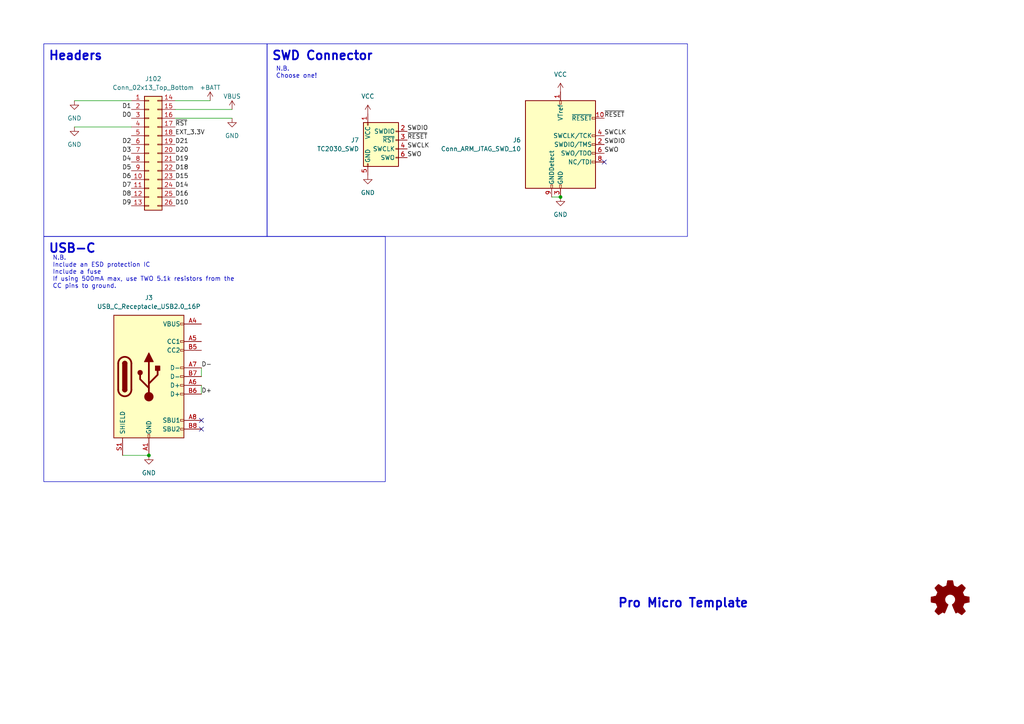
<source format=kicad_sch>
(kicad_sch (version 20231120) (generator "eeschema") (generator_version "8.0")
  (paper "A4")
  (title_block (title "Thing Plus/Feather") (date "2024-02-21") (rev "0.0.1"))
  (lib_symbols
    (symbol "Connector:Conn_ARM_JTAG_SWD_10" (pin_names (offset 1.016))
      (property "Reference" "J" (at -2.54 16.51 0))
      (property "Value" "Conn_ARM_JTAG_SWD_10" (at -2.54 13.97 0))
      (symbol "Conn_ARM_JTAG_SWD_10_0_1"
        (rectangle (start -10.16 12.7) (end 10.16 -12.7) (stroke (width 0.254)) (fill (type background)))
        (rectangle (start -2.794 -12.7) (end -2.286 -11.684))
        (rectangle (start -0.254 -12.7) (end 0.254 -11.684))
        (rectangle (start -0.254 12.7) (end 0.254 11.684))
        (rectangle (start 9.144 2.286) (end 10.16 2.794))
        (rectangle (start 10.16 -2.794) (end 9.144 -2.286))
        (rectangle (start 10.16 -0.254) (end 9.144 0.254))
        (rectangle (start 10.16 7.874) (end 9.144 7.366))
      )
      (symbol "Conn_ARM_JTAG_SWD_10_1_1"
        (rectangle (start 9.144 -5.334) (end 10.16 -4.826))
        (pin power_in line (at 0 15.24 270) (length 2.54) (name "VTref") (number "1"))
        (pin open_collector line (at 12.7 7.62 180) (length 2.54) (name "~{RESET}") (number "10"))
        (pin bidirectional line (at 12.7 0 180) (length 2.54) (name "SWDIO/TMS") (number "2"))
        (pin power_in line (at 0 -15.24 90) (length 2.54) (name "GND") (number "3"))
        (pin output line (at 12.7 2.54 180) (length 2.54) (name "SWCLK/TCK") (number "4"))
        (pin passive line (at 0 -15.24 90) (length 2.54) hide (name "GND") (number "5"))
        (pin input line (at 12.7 -2.54 180) (length 2.54) (name "SWO/TDO") (number "6"))
        (pin no_connect line (at -10.16 0 0) (length 2.54) hide (name "KEY") (number "7"))
        (pin output line (at 12.7 -5.08 180) (length 2.54) (name "NC/TDI") (number "8"))
        (pin passive line (at -2.54 -15.24 90) (length 2.54) (name "GNDDetect") (number "9"))
      )
    )
    (symbol "Connector:USB_C_Receptacle_USB2.0_16P" (pin_names (offset 1.016))
      (property "Reference" "J" (at 0 22.225 0))
      (property "Value" "USB_C_Receptacle_USB2.0_16P" (at 0 19.685 0))
      (symbol "USB_C_Receptacle_USB2.0_16P_0_0"
        (rectangle (start -0.254 -17.78) (end 0.254 -16.764))
        (rectangle (start 10.16 -14.986) (end 9.144 -15.494))
        (rectangle (start 10.16 -12.446) (end 9.144 -12.954))
        (rectangle (start 10.16 -4.826) (end 9.144 -5.334))
        (rectangle (start 10.16 -2.286) (end 9.144 -2.794))
        (rectangle (start 10.16 0.254) (end 9.144 -0.254))
        (rectangle (start 10.16 2.794) (end 9.144 2.286))
        (rectangle (start 10.16 7.874) (end 9.144 7.366))
        (rectangle (start 10.16 10.414) (end 9.144 9.906))
        (rectangle (start 10.16 15.494) (end 9.144 14.986))
      )
      (symbol "USB_C_Receptacle_USB2.0_16P_0_1"
        (rectangle (start -10.16 17.78) (end 10.16 -17.78) (stroke (width 0.254)) (fill (type background)))
        (arc (start -8.89 -3.81) (mid -6.985 -5.7067) (end -5.08 -3.81) (stroke (width 0.508)))
        (arc (start -7.62 -3.81) (mid -6.985 -4.4423) (end -6.35 -3.81) (stroke (width 0.254)))
        (arc (start -7.62 -3.81) (mid -6.985 -4.4423) (end -6.35 -3.81) (stroke (width 0.254)) (fill (type outline)))
        (rectangle (start -7.62 -3.81) (end -6.35 3.81) (stroke (width 0.254)) (fill (type outline)))
        (arc (start -6.35 3.81) (mid -6.985 4.4423) (end -7.62 3.81) (stroke (width 0.254)))
        (arc (start -6.35 3.81) (mid -6.985 4.4423) (end -7.62 3.81) (stroke (width 0.254)) (fill (type outline)))
        (arc (start -5.08 3.81) (mid -6.985 5.7067) (end -8.89 3.81) (stroke (width 0.508)))
        (circle (center -2.54 1.143) (radius 0.635) (stroke (width 0.254)) (fill (type outline)))
        (circle (center 0 -5.842) (radius 1.27) (fill (type outline)))
        (polyline (pts (xy -8.89 -3.81) (xy -8.89 3.81)) (stroke (width 0.508)))
        (polyline (pts (xy -5.08 3.81) (xy -5.08 -3.81)) (stroke (width 0.508)))
        (polyline (pts (xy 0 -5.842) (xy 0 4.318)) (stroke (width 0.508)))
        (polyline (pts (xy 0 -3.302) (xy -2.54 -0.762) (xy -2.54 0.508)) (stroke (width 0.508)))
        (polyline (pts (xy 0 -2.032) (xy 2.54 0.508) (xy 2.54 1.778)) (stroke (width 0.508)))
        (polyline (pts (xy -1.27 4.318) (xy 0 6.858) (xy 1.27 4.318) (xy -1.27 4.318)) (stroke (width 0.254)) (fill (type outline)))
        (rectangle (start 1.905 1.778) (end 3.175 3.048) (stroke (width 0.254)) (fill (type outline)))
      )
      (symbol "USB_C_Receptacle_USB2.0_16P_1_1"
        (pin passive line (at 0 -22.86 90) (length 5.08) (name "GND") (number "A1"))
        (pin passive line (at 0 -22.86 90) (length 5.08) hide (name "GND") (number "A12"))
        (pin passive line (at 15.24 15.24 180) (length 5.08) (name "VBUS") (number "A4"))
        (pin bidirectional line (at 15.24 10.16 180) (length 5.08) (name "CC1") (number "A5"))
        (pin bidirectional line (at 15.24 -2.54 180) (length 5.08) (name "D+") (number "A6"))
        (pin bidirectional line (at 15.24 2.54 180) (length 5.08) (name "D-") (number "A7"))
        (pin bidirectional line (at 15.24 -12.7 180) (length 5.08) (name "SBU1") (number "A8"))
        (pin passive line (at 15.24 15.24 180) (length 5.08) hide (name "VBUS") (number "A9"))
        (pin passive line (at 0 -22.86 90) (length 5.08) hide (name "GND") (number "B1"))
        (pin passive line (at 0 -22.86 90) (length 5.08) hide (name "GND") (number "B12"))
        (pin passive line (at 15.24 15.24 180) (length 5.08) hide (name "VBUS") (number "B4"))
        (pin bidirectional line (at 15.24 7.62 180) (length 5.08) (name "CC2") (number "B5"))
        (pin bidirectional line (at 15.24 -5.08 180) (length 5.08) (name "D+") (number "B6"))
        (pin bidirectional line (at 15.24 0 180) (length 5.08) (name "D-") (number "B7"))
        (pin bidirectional line (at 15.24 -15.24 180) (length 5.08) (name "SBU2") (number "B8"))
        (pin passive line (at 15.24 15.24 180) (length 5.08) hide (name "VBUS") (number "B9"))
        (pin passive line (at -7.62 -22.86 90) (length 5.08) (name "SHIELD") (number "S1"))
      )
    )
    (symbol "Connector_Generic:Conn_02x13_Top_Bottom" (pin_names (offset 1.016) hide)
      (property "Reference" "J" (at 1.27 17.78 0))
      (property "Value" "Conn_02x13_Top_Bottom" (at 1.27 -17.78 0))
      (symbol "Conn_02x13_Top_Bottom_1_1"
        (rectangle (start -1.27 -15.113) (end 0 -15.367) (stroke (width 0.1524)))
        (rectangle (start -1.27 -12.573) (end 0 -12.827) (stroke (width 0.1524)))
        (rectangle (start -1.27 -10.033) (end 0 -10.287) (stroke (width 0.1524)))
        (rectangle (start -1.27 -7.493) (end 0 -7.747) (stroke (width 0.1524)))
        (rectangle (start -1.27 -4.953) (end 0 -5.207) (stroke (width 0.1524)))
        (rectangle (start -1.27 -2.413) (end 0 -2.667) (stroke (width 0.1524)))
        (rectangle (start -1.27 0.127) (end 0 -0.127) (stroke (width 0.1524)))
        (rectangle (start -1.27 2.667) (end 0 2.413) (stroke (width 0.1524)))
        (rectangle (start -1.27 5.207) (end 0 4.953) (stroke (width 0.1524)))
        (rectangle (start -1.27 7.747) (end 0 7.493) (stroke (width 0.1524)))
        (rectangle (start -1.27 10.287) (end 0 10.033) (stroke (width 0.1524)))
        (rectangle (start -1.27 12.827) (end 0 12.573) (stroke (width 0.1524)))
        (rectangle (start -1.27 15.367) (end 0 15.113) (stroke (width 0.1524)))
        (rectangle (start -1.27 16.51) (end 3.81 -16.51) (stroke (width 0.254)) (fill (type background)))
        (rectangle (start 3.81 -15.113) (end 2.54 -15.367) (stroke (width 0.1524)))
        (rectangle (start 3.81 -12.573) (end 2.54 -12.827) (stroke (width 0.1524)))
        (rectangle (start 3.81 -10.033) (end 2.54 -10.287) (stroke (width 0.1524)))
        (rectangle (start 3.81 -7.493) (end 2.54 -7.747) (stroke (width 0.1524)))
        (rectangle (start 3.81 -4.953) (end 2.54 -5.207) (stroke (width 0.1524)))
        (rectangle (start 3.81 -2.413) (end 2.54 -2.667) (stroke (width 0.1524)))
        (rectangle (start 3.81 0.127) (end 2.54 -0.127) (stroke (width 0.1524)))
        (rectangle (start 3.81 2.667) (end 2.54 2.413) (stroke (width 0.1524)))
        (rectangle (start 3.81 5.207) (end 2.54 4.953) (stroke (width 0.1524)))
        (rectangle (start 3.81 7.747) (end 2.54 7.493) (stroke (width 0.1524)))
        (rectangle (start 3.81 10.287) (end 2.54 10.033) (stroke (width 0.1524)))
        (rectangle (start 3.81 12.827) (end 2.54 12.573) (stroke (width 0.1524)))
        (rectangle (start 3.81 15.367) (end 2.54 15.113) (stroke (width 0.1524)))
        (pin passive line (at -5.08 15.24 0) (length 3.81) (name "Pin_1") (number "1"))
        (pin passive line (at -5.08 -7.62 0) (length 3.81) (name "Pin_10") (number "10"))
        (pin passive line (at -5.08 -10.16 0) (length 3.81) (name "Pin_11") (number "11"))
        (pin passive line (at -5.08 -12.7 0) (length 3.81) (name "Pin_12") (number "12"))
        (pin passive line (at -5.08 -15.24 0) (length 3.81) (name "Pin_13") (number "13"))
        (pin passive line (at 7.62 15.24 180) (length 3.81) (name "Pin_14") (number "14"))
        (pin passive line (at 7.62 12.7 180) (length 3.81) (name "Pin_15") (number "15"))
        (pin passive line (at 7.62 10.16 180) (length 3.81) (name "Pin_16") (number "16"))
        (pin passive line (at 7.62 7.62 180) (length 3.81) (name "Pin_17") (number "17"))
        (pin passive line (at 7.62 5.08 180) (length 3.81) (name "Pin_18") (number "18"))
        (pin passive line (at 7.62 2.54 180) (length 3.81) (name "Pin_19") (number "19"))
        (pin passive line (at -5.08 12.7 0) (length 3.81) (name "Pin_2") (number "2"))
        (pin passive line (at 7.62 0 180) (length 3.81) (name "Pin_20") (number "20"))
        (pin passive line (at 7.62 -2.54 180) (length 3.81) (name "Pin_21") (number "21"))
        (pin passive line (at 7.62 -5.08 180) (length 3.81) (name "Pin_22") (number "22"))
        (pin passive line (at 7.62 -7.62 180) (length 3.81) (name "Pin_23") (number "23"))
        (pin passive line (at 7.62 -10.16 180) (length 3.81) (name "Pin_24") (number "24"))
        (pin passive line (at 7.62 -12.7 180) (length 3.81) (name "Pin_25") (number "25"))
        (pin passive line (at 7.62 -15.24 180) (length 3.81) (name "Pin_26") (number "26"))
        (pin passive line (at -5.08 10.16 0) (length 3.81) (name "Pin_3") (number "3"))
        (pin passive line (at -5.08 7.62 0) (length 3.81) (name "Pin_4") (number "4"))
        (pin passive line (at -5.08 5.08 0) (length 3.81) (name "Pin_5") (number "5"))
        (pin passive line (at -5.08 2.54 0) (length 3.81) (name "Pin_6") (number "6"))
        (pin passive line (at -5.08 0 0) (length 3.81) (name "Pin_7") (number "7"))
        (pin passive line (at -5.08 -2.54 0) (length 3.81) (name "Pin_8") (number "8"))
        (pin passive line (at -5.08 -5.08 0) (length 3.81) (name "Pin_9") (number "9"))
      )
    )
    (symbol "Graphic:Logo_Open_Hardware_Small" (in_bom no) (on_board no)
      (symbol "Logo_Open_Hardware_Small_0_1"
        (polyline (pts (xy 3.3528 -4.3434) (xy 3.302 -4.318) (xy 3.175 -4.2418) (xy 2.9972 -4.1148) (xy 2.7686 -3.9624) (xy 2.54 -3.81) (xy 2.3622 -3.7084) (xy 2.2352 -3.6068) (xy 2.1844 -3.5814) (xy 2.159 -3.6068) (xy 2.0574 -3.6576) (xy 1.905 -3.7338) (xy 1.8034 -3.7846) (xy 1.6764 -3.8354) (xy 1.6002 -3.8354) (xy 1.6002 -3.8354) (xy 1.5494 -3.7338) (xy 1.4732 -3.5306) (xy 1.3462 -3.302) (xy 1.2446 -3.0226) (xy 1.1176 -2.7178) (xy 0.9652 -2.413) (xy 0.8636 -2.1082) (xy 0.7366 -1.8288) (xy 0.6604 -1.6256) (xy 0.6096 -1.4732) (xy 0.5842 -1.397) (xy 0.5842 -1.397) (xy 0.6604 -1.3208) (xy 0.7874 -1.2446) (xy 1.0414 -1.016) (xy 1.2954 -0.6858) (xy 1.4478 -0.3302) (xy 1.524 0.0762) (xy 1.4732 0.4572) (xy 1.3208 0.8128) (xy 1.0668 1.143) (xy 0.762 1.3716) (xy 0.4064 1.524) (xy 0 1.5748) (xy -0.381 1.5494) (xy -0.7366 1.397) (xy -1.0668 1.143) (xy -1.2192 0.9906) (xy -1.397 0.6604) (xy -1.524 0.3048) (xy -1.524 0.2286) (xy -1.4986 -0.1778) (xy -1.397 -0.5334) (xy -1.1938 -0.8636) (xy -0.9144 -1.143) (xy -0.8636 -1.1684) (xy -0.7366 -1.27) (xy -0.635 -1.3462) (xy -0.5842 -1.397) (xy -1.0668 -2.5908) (xy -1.143 -2.794) (xy -1.2954 -3.1242) (xy -1.397 -3.4036) (xy -1.4986 -3.6322) (xy -1.5748 -3.7846) (xy -1.6002 -3.8354) (xy -1.6002 -3.8354) (xy -1.651 -3.8354) (xy -1.7272 -3.81) (xy -1.905 -3.7338) (xy -2.0066 -3.683) (xy -2.1336 -3.6068) (xy -2.2098 -3.5814) (xy -2.2606 -3.6068) (xy -2.3622 -3.683) (xy -2.54 -3.81) (xy -2.7686 -3.9624) (xy -2.9718 -4.0894) (xy -3.1496 -4.2164) (xy -3.302 -4.318) (xy -3.3528 -4.3434) (xy -3.3782 -4.3434) (xy -3.429 -4.318) (xy -3.5306 -4.2164) (xy -3.7084 -4.064) (xy -3.937 -3.8354) (xy -3.9624 -3.81) (xy -4.1656 -3.6068) (xy -4.318 -3.4544) (xy -4.4196 -3.3274) (xy -4.445 -3.2766) (xy -4.445 -3.2766) (xy -4.4196 -3.2258) (xy -4.318 -3.0734) (xy -4.2164 -2.8956) (xy -4.064 -2.667) (xy -3.6576 -2.0828) (xy -3.8862 -1.5494) (xy -3.937 -1.3716) (xy -4.0386 -1.1684) (xy -4.0894 -1.0414) (xy -4.1148 -0.9652) (xy -4.191 -0.9398) (xy -4.318 -0.9144) (xy -4.5466 -0.8636) (xy -4.8006 -0.8128) (xy -5.0546 -0.7874) (xy -5.2578 -0.7366) (xy -5.4356 -0.7112) (xy -5.5118 -0.6858) (xy -5.5118 -0.6858) (xy -5.5372 -0.635) (xy -5.5372 -0.5588) (xy -5.5372 -0.4318) (xy -5.5626 -0.2286) (xy -5.5626 0.0762) (xy -5.5626 0.127) (xy -5.5372 0.4064) (xy -5.5372 0.635) (xy -5.5372 0.762) (xy -5.5372 0.8382) (xy -5.5372 0.8382) (xy -5.461 0.8382) (xy -5.3086 0.889) (xy -5.08 0.9144) (xy -4.826 0.9652) (xy -4.8006 0.9906) (xy -4.5466 1.0414) (xy -4.318 1.0668) (xy -4.1656 1.1176) (xy -4.0894 1.143) (xy -4.0894 1.143) (xy -4.0386 1.2446) (xy -3.9624 1.4224) (xy -3.8608 1.6256) (xy -3.7846 1.8288) (xy -3.7084 2.0066) (xy -3.6576 2.159) (xy -3.6322 2.2098) (xy -3.6322 2.2098) (xy -3.683 2.286) (xy -3.7592 2.413) (xy -3.8862 2.5908) (xy -4.064 2.8194) (xy -4.064 2.8448) (xy -4.2164 3.0734) (xy -4.3434 3.2512) (xy -4.4196 3.3782) (xy -4.445 3.4544) (xy -4.445 3.4544) (xy -4.3942 3.5052) (xy -4.2926 3.6322) (xy -4.1148 3.81) (xy -3.937 4.0132) (xy -3.8608 4.064) (xy -3.6576 4.2926) (xy -3.5052 4.4196) (xy -3.4036 4.4958) (xy -3.3528 4.5212) (xy -3.3528 4.5212) (xy -3.302 4.4704) (xy -3.1496 4.3688) (xy -2.9718 4.2418) (xy -2.7432 4.0894) (xy -2.7178 4.0894) (xy -2.4892 3.937) (xy -2.3114 3.81) (xy -2.1844 3.7084) (xy -2.1336 3.683) (xy -2.1082 3.683) (xy -2.032 3.7084) (xy -1.8542 3.7592) (xy -1.6764 3.8354) (xy -1.4732 3.937) (xy -1.27 4.0132) (xy -1.143 4.064) (xy -1.0668 4.1148) (xy -1.0668 4.1148) (xy -1.0414 4.191) (xy -1.016 4.3434) (xy -0.9652 4.572) (xy -0.9144 4.8514) (xy -0.889 4.9022) (xy -0.8382 5.1562) (xy -0.8128 5.3848) (xy -0.7874 5.5372) (xy -0.762 5.588) (xy -0.7112 5.6134) (xy -0.5842 5.6134) (xy -0.4064 5.6134) (xy -0.1524 5.6134) (xy 0.0762 5.6134) (xy 0.3302 5.6134) (xy 0.5334 5.6134) (xy 0.6858 5.588) (xy 0.7366 5.588) (xy 0.7366 5.588) (xy 0.762 5.5118) (xy 0.8128 5.334) (xy 0.8382 5.1054) (xy 0.9144 4.826) (xy 0.9144 4.7752) (xy 0.9652 4.5212) (xy 1.016 4.2926) (xy 1.0414 4.1402) (xy 1.0668 4.0894) (xy 1.0668 4.0894) (xy 1.1938 4.0386) (xy 1.3716 3.9624) (xy 1.5748 3.8608) (xy 2.0828 3.6576) (xy 2.7178 4.0894) (xy 2.7686 4.1402) (xy 2.9972 4.2926) (xy 3.175 4.4196) (xy 3.302 4.4958) (xy 3.3782 4.5212) (xy 3.3782 4.5212) (xy 3.429 4.4704) (xy 3.556 4.3434) (xy 3.7338 4.191) (xy 3.9116 3.9878) (xy 4.064 3.8354) (xy 4.2418 3.6576) (xy 4.3434 3.556) (xy 4.4196 3.4798) (xy 4.4196 3.429) (xy 4.4196 3.4036) (xy 4.3942 3.3274) (xy 4.2926 3.2004) (xy 4.1656 2.9972) (xy 4.0132 2.794) (xy 3.8862 2.5908) (xy 3.7592 2.3876) (xy 3.6576 2.2352) (xy 3.6322 2.159) (xy 3.6322 2.1336) (xy 3.683 2.0066) (xy 3.7592 1.8288) (xy 3.8608 1.6002) (xy 4.064 1.1176) (xy 4.3942 1.0414) (xy 4.5974 1.016) (xy 4.8768 0.9652) (xy 5.1308 0.9144) (xy 5.5372 0.8382) (xy 5.5626 -0.6604) (xy 5.4864 -0.6858) (xy 5.4356 -0.6858) (xy 5.2832 -0.7366) (xy 5.0546 -0.762) (xy 4.8006 -0.8128) (xy 4.5974 -0.8636) (xy 4.3688 -0.9144) (xy 4.2164 -0.9398) (xy 4.1402 -0.9398) (xy 4.1148 -0.9652) (xy 4.064 -1.0668) (xy 3.9878 -1.2446) (xy 3.9116 -1.4478) (xy 3.81 -1.651) (xy 3.7338 -1.8542) (xy 3.683 -2.0066) (xy 3.6576 -2.0828) (xy 3.683 -2.1336) (xy 3.7846 -2.2606) (xy 3.8862 -2.4638) (xy 4.0386 -2.667) (xy 4.191 -2.8956) (xy 4.318 -3.0734) (xy 4.3942 -3.2004) (xy 4.445 -3.2766) (xy 4.4196 -3.3274) (xy 4.3434 -3.429) (xy 4.1656 -3.5814) (xy 3.937 -3.8354) (xy 3.8862 -3.8608) (xy 3.683 -4.064) (xy 3.5306 -4.2164) (xy 3.4036 -4.318) (xy 3.3528 -4.3434)) (fill (type outline)))
      )
    )
    (symbol "PCM_marbastlib-various:TC2030_SWD" (pin_names (offset 1.016))
      (property "Reference" "J" (at -3.81 -6.35 0))
      (property "Value" "TC2030_SWD" (at -10.16 8.89 0))
      (symbol "TC2030_SWD_0_1"
        (rectangle (start -3.81 7.62) (end 6.35 -5.08) (stroke (width 0.254)) (fill (type background)))
        (rectangle (start -3.048 -2.667) (end -3.81 -2.413))
        (rectangle (start -3.048 -0.127) (end -3.81 0.127))
        (rectangle (start -3.048 2.413) (end -3.81 2.667))
        (rectangle (start -3.048 4.953) (end -3.81 5.207))
        (rectangle (start 4.953 -5.08) (end 5.207 -4.318))
        (rectangle (start 4.953 6.858) (end 5.207 7.62))
      )
      (symbol "TC2030_SWD_1_1"
        (pin passive line (at 5.08 10.16 270) (length 2.54) (name "VCC") (number "1"))
        (pin passive line (at -6.35 5.08 0) (length 2.54) (name "SWDIO") (number "2"))
        (pin passive line (at -6.35 2.54 0) (length 2.54) (name "~{RST}") (number "3"))
        (pin passive line (at -6.35 0 0) (length 2.54) (name "SWCLK") (number "4"))
        (pin passive line (at 5.08 -7.62 90) (length 2.54) (name "GND") (number "5"))
        (pin passive line (at -6.35 -2.54 0) (length 2.54) (name "SWO") (number "6"))
      )
    )
    (symbol "power:+BATT" (power) (pin_names (offset 0))
      (property "Value" "+BATT" (at 0 3.556 0))
      (symbol "+BATT_0_1"
        (polyline (pts (xy -0.762 1.27) (xy 0 2.54)))
        (polyline (pts (xy 0 0) (xy 0 2.54)))
        (polyline (pts (xy 0 2.54) (xy 0.762 1.27)))
      )
      (symbol "+BATT_1_1"
        (pin power_in line (at 0 0 90) (length 0) hide (name "+BATT") (number "1"))
      )
    )
    (symbol "power:GND" (power) (pin_names (offset 0))
      (property "Value" "GND" (at 0 -3.81 0))
      (symbol "GND_0_1"
        (polyline (pts (xy 0 0) (xy 0 -1.27) (xy 1.27 -1.27) (xy 0 -2.54) (xy -1.27 -1.27) (xy 0 -1.27)))
      )
      (symbol "GND_1_1"
        (pin power_in line (at 0 0 270) (length 0) hide (name "GND") (number "1"))
      )
    )
    (symbol "power:VBUS" (power) (pin_names (offset 0))
      (property "Value" "VBUS" (at 0 3.81 0))
      (symbol "VBUS_0_1"
        (polyline (pts (xy -0.762 1.27) (xy 0 2.54)))
        (polyline (pts (xy 0 0) (xy 0 2.54)))
        (polyline (pts (xy 0 2.54) (xy 0.762 1.27)))
      )
      (symbol "VBUS_1_1"
        (pin power_in line (at 0 0 90) (length 0) hide (name "VBUS") (number "1"))
      )
    )
    (symbol "power:VCC" (power) (pin_names (offset 0))
      (property "Value" "VCC" (at 0 3.81 0))
      (symbol "VCC_0_1"
        (polyline (pts (xy -0.762 1.27) (xy 0 2.54)))
        (polyline (pts (xy 0 0) (xy 0 2.54)))
        (polyline (pts (xy 0 2.54) (xy 0.762 1.27)))
      )
      (symbol "VCC_1_1"
        (pin power_in line (at 0 0 90) (length 0) hide (name "VCC") (number "1"))
      )
    )
  )
  (junction (at 43.18 132.08))
  (junction (at 162.56 57.15))
  (no_connect (at 58.42 121.92))
  (no_connect (at 58.42 124.46))
  (no_connect (at 175.26 46.99))
  (wire (pts (xy 50.8 29.21) (xy 60.96 29.21)))
  (wire (pts (xy 50.8 31.75) (xy 67.31 31.75)))
  (wire (pts (xy 21.59 29.21) (xy 38.1 29.21)))
  (wire (pts (xy 21.59 36.83) (xy 38.1 36.83)))
  (wire (pts (xy 58.42 111.76) (xy 58.42 114.3)))
  (wire (pts (xy 160.02 57.15) (xy 162.56 57.15)))
  (wire (pts (xy 58.42 106.68) (xy 58.42 109.22)))
  (wire (pts (xy 35.56 132.08) (xy 43.18 132.08)))
  (wire (pts (xy 50.8 34.29) (xy 67.31 34.29)))
  (rectangle (start 12.7 68.58) (end 111.76 139.7))
  (rectangle (start 12.7 12.7) (end 77.47 68.58))
  (rectangle (start 77.47 12.7) (end 199.39 68.58))
  (text "N.B.\nInclude an ESD protection IC\nInclude a fuse\nIf using 500mA max, use TWO 5.1k resistors from the\nCC pins to ground." (at 15.24 83.82 0) (effects (font (size 1.27 1.27)) (justify left bottom)))
  (text "SWD Connector" (at 78.74 17.78 0) (effects (font (size 2.54 2.54) (thickness 0.508) (bold yes)) (justify left bottom)))
  (text "Headers" (at 13.97 17.78 0) (effects (font (size 2.54 2.54) (thickness 0.508) (bold yes)) (justify left bottom)))
  (text "USB-C" (at 13.97 73.66 0) (effects (font (size 2.54 2.54) (thickness 0.508) (bold yes)) (justify left bottom)))
  (text "Pro Micro Template" (at 179.07 176.53 0) (effects (font (size 2.54 2.54) (thickness 0.508) (bold yes)) (justify left bottom)))
  (text "N.B.\nChoose one!" (at 80.01 22.86 0) (effects (font (size 1.27 1.27)) (justify left bottom)))
  (label "D3" (at 38.1 44.45 180))
  (label "D19" (at 50.8 46.99 0))
  (label "D+" (at 58.42 114.3 0))
  (label "D5" (at 38.1 49.53 180))
  (label "D7" (at 38.1 54.61 180))
  (label "D21" (at 50.8 41.91 0))
  (label "D-" (at 58.42 106.68 0))
  (label "~{RST}" (at 50.8 36.83 0))
  (label "EXT_3.3V" (at 50.8 39.37 0))
  (label "SWCLK" (at 118.11 43.18 0))
  (label "SWO" (at 118.11 45.72 0))
  (label "SWO" (at 175.26 44.45 0))
  (label "D2" (at 38.1 41.91 180))
  (label "D14" (at 50.8 54.61 0))
  (label "D20" (at 50.8 44.45 0))
  (label "D16" (at 50.8 57.15 0))
  (label "D6" (at 38.1 52.07 180))
  (label "D18" (at 50.8 49.53 0))
  (label "D15" (at 50.8 52.07 0))
  (label "D1" (at 38.1 31.75 180))
  (label "SWCLK" (at 175.26 39.37 0))
  (label "~{RESET}" (at 118.11 40.64 0))
  (label "SWDIO" (at 175.26 41.91 0))
  (label "D10" (at 50.8 59.69 0))
  (label "~{RESET}" (at 175.26 34.29 0))
  (label "D4" (at 38.1 46.99 180))
  (label "D0" (at 38.1 34.29 180))
  (label "D8" (at 38.1 57.15 180))
  (label "SWDIO" (at 118.11 38.1 0))
  (label "D9" (at 38.1 59.69 180))
  (symbol (lib_id "power:VCC") (at 106.68 33.02 0) (unit 1)
    (property "Reference" "#PWR010" (effects (hide yes)))
    (property "Value" "VCC" (at 106.68 27.94 0))
  )
  (symbol (lib_id "power:+BATT") (at 60.96 29.21 0) (mirror y) (unit 1)
    (property "Reference" "#PWR0107" (effects (hide yes)))
    (property "Value" "+BATT" (at 60.96 25.4 0))
  )
  (symbol (lib_id "Graphic:Logo_Open_Hardware_Small") (at 275.59 173.99 0) (unit 1) (exclude_from_sim yes) (in_bom no) (on_board no)
    (property "Reference" "#SYM1" (effects (hide yes)))
    (property "Value" "Logo_Open_Hardware_Small" (effects (hide yes)))
  )
  (symbol (lib_id "power:GND") (at 21.59 36.83 0) (unit 1)
    (property "Reference" "#PWR0108" (effects (hide yes)))
    (property "Value" "GND" (at 21.59 41.91 0))
  )
  (symbol (lib_id "PCM_marbastlib-various:TC2030_SWD") (at 111.76 43.18 0) (mirror y) (unit 1)
    (property "Reference" "J7" (at 104.14 40.64 0) (effects (justify left)))
    (property "Value" "TC2030_SWD" (at 104.14 43.18 0) (effects (justify left)))
    (property "Footprint" "PCM_marbastlib-various:CON_TC2030_outlined" (effects (hide yes)))
    (property "Datasheet" " ~" (effects (hide yes)))
  )
  (symbol (lib_id "power:GND") (at 106.68 50.8 0) (unit 1)
    (property "Reference" "#PWR011" (effects (hide yes)))
    (property "Value" "GND" (at 106.68 55.88 0))
  )
  (symbol (lib_id "power:GND") (at 21.59 29.21 0) (unit 1)
    (property "Reference" "#PWR0109" (effects (hide yes)))
    (property "Value" "GND" (at 21.59 34.29 0))
  )
  (symbol (lib_id "power:GND") (at 67.31 34.29 0) (unit 1)
    (property "Reference" "#PWR0103" (effects (hide yes)))
    (property "Value" "GND" (at 67.31 39.37 0))
  )
  (symbol (lib_id "Connector_Generic:Conn_02x13_Top_Bottom") (at 43.18 44.45 0) (unit 1)
    (property "Reference" "J102" (at 44.45 22.86 0))
    (property "Value" "Conn_02x13_Top_Bottom" (at 44.45 25.4 0))
    (property "Footprint" "ProMicro:Connector_Pro_Micro_Castellated" (effects (hide yes)))
    (property "Description" "Generic connector, double row, 02x13, top/bottom pin numbering scheme (row 1: 1...pins_per_row, row2: pins_per_row+1 ... num_pins), script generated (kicad-library-utils/schlib/autogen/connector/)" (effects (hide yes)))
  )
  (symbol (lib_id "Connector:USB_C_Receptacle_USB2.0_16P") (at 43.18 109.22 0) (unit 1)
    (property "Reference" "J3" (at 43.18 86.36 0))
    (property "Value" "USB_C_Receptacle_USB2.0_16P" (at 43.18 88.9 0))
    (property "Footprint" "ProMicro:USB_C_Receptacle_Jing_918-418K2024S40000" (effects (hide yes)))
    (property "Datasheet" "https://www.usb.org/sites/default/files/documents/usb_type-c.zip" (effects (hide yes)))
    (property "Description" "USB 2.0-only 16P Type-C Receptacle connector" (effects (hide yes)))
  )
  (symbol (lib_id "power:VCC") (at 162.56 26.67 0) (unit 1)
    (property "Reference" "#PWR012" (effects (hide yes)))
    (property "Value" "VCC" (at 162.56 21.59 0))
  )
  (symbol (lib_id "power:GND") (at 162.56 57.15 0) (unit 1)
    (property "Reference" "#PWR013" (effects (hide yes)))
    (property "Value" "GND" (at 162.56 62.23 0))
  )
  (symbol (lib_id "power:GND") (at 43.18 132.08 0) (unit 1)
    (property "Reference" "#PWR01" (effects (hide yes)))
    (property "Value" "GND" (at 43.18 137.16 0))
  )
  (symbol (lib_id "power:VBUS") (at 67.31 31.75 0) (mirror y) (unit 1)
    (property "Reference" "#PWR0106" (effects (hide yes)))
    (property "Value" "VBUS" (at 67.31 27.94 0))
  )
  (symbol (lib_id "Connector:Conn_ARM_JTAG_SWD_10") (at 162.56 41.91 0) (unit 1)
    (property "Reference" "J6" (at 151.13 40.64 0) (effects (justify right)))
    (property "Value" "Conn_ARM_JTAG_SWD_10" (at 151.13 43.18 0) (effects (justify right)))
    (property "Footprint" "Connector_PinHeader_1.27mm:PinHeader_2x05_P1.27mm_Vertical_SMD" (effects (hide yes)))
    (property "Datasheet" "http://infocenter.arm.com/help/topic/com.arm.doc.ddi0314h/DDI0314H_coresight_components_trm.pdf" (effects (hide yes)))
  )
)
</source>
